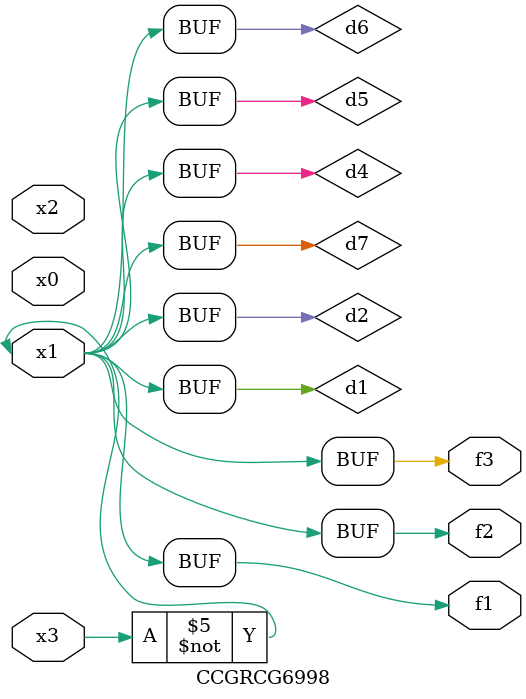
<source format=v>
module CCGRCG6998(
	input x0, x1, x2, x3,
	output f1, f2, f3
);

	wire d1, d2, d3, d4, d5, d6, d7;

	not (d1, x3);
	buf (d2, x1);
	xnor (d3, d1, d2);
	nor (d4, d1);
	buf (d5, d1, d2);
	buf (d6, d4, d5);
	nand (d7, d4);
	assign f1 = d6;
	assign f2 = d7;
	assign f3 = d6;
endmodule

</source>
